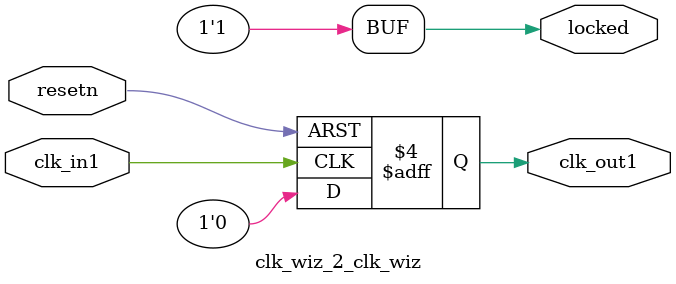
<source format=sv>

`timescale 1ps/1ps

module clk_wiz_2_clk_wiz 
        (
          input  logic  clk_in1
        , input  logic  resetn

        , output logic  clk_out1
        , output logic  locked
        );
    
    logic clk_out1_next;

    assign clk_out1_next = ~clk_out1;
    assign locked = 1'b1;  // Behavioral, we are always locked

    always @ (posedge clk_in1 or negedge resetn) begin
        if (~resetn) begin
            clk_out1 <= 1'b0;
        end
        else begin
                clk_out1 <= 1'b1;
            #25 clk_out1 <= 1'b0;
            #25 clk_out1 <= 1'b1;
            #25 clk_out1 <= 1'b0;
        end
    end
    
endmodule
</source>
